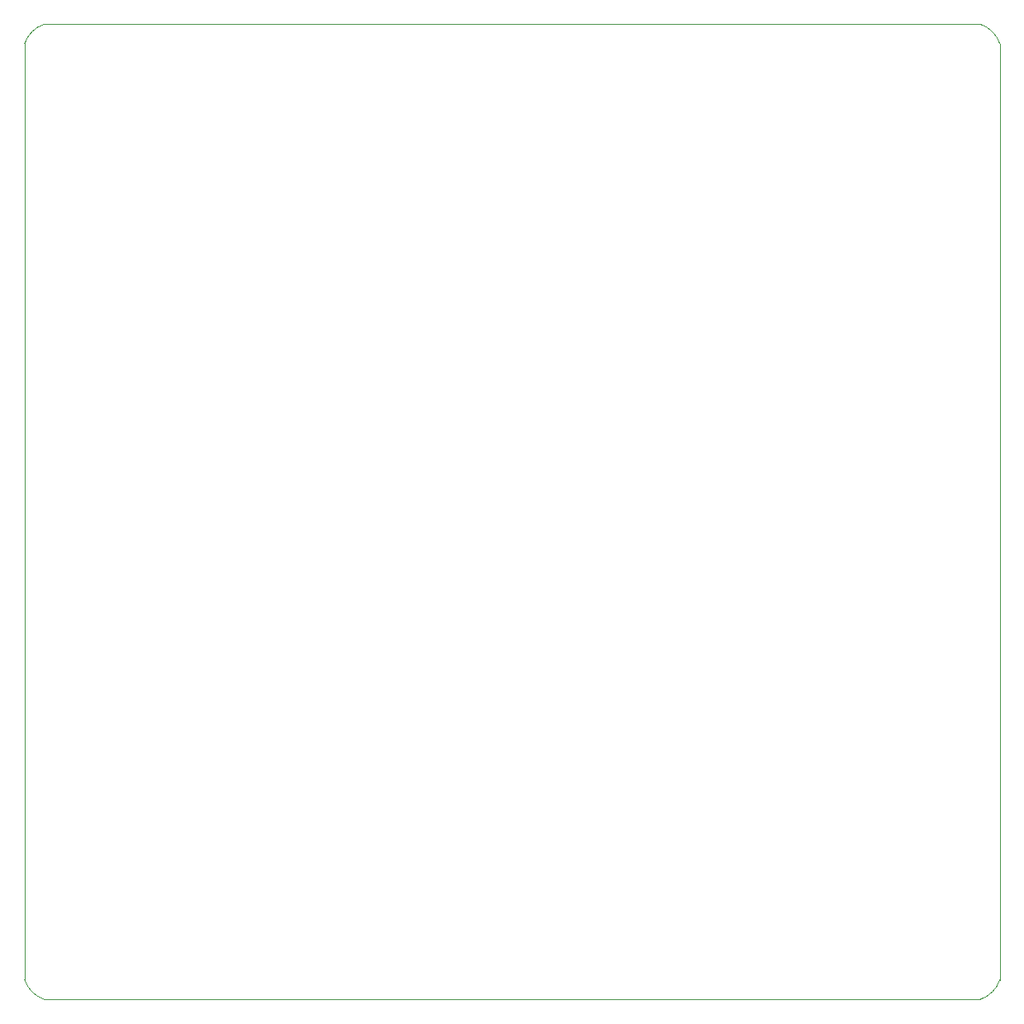
<source format=gko>
G04 #@! TF.GenerationSoftware,KiCad,Pcbnew,(5.1.6)-1*
G04 #@! TF.CreationDate,2023-04-05T00:11:33+09:00*
G04 #@! TF.ProjectId,SubPCB,53756250-4342-42e6-9b69-6361645f7063,rev?*
G04 #@! TF.SameCoordinates,Original*
G04 #@! TF.FileFunction,Profile,NP*
%FSLAX46Y46*%
G04 Gerber Fmt 4.6, Leading zero omitted, Abs format (unit mm)*
G04 Created by KiCad (PCBNEW (5.1.6)-1) date 2023-04-05 00:11:33*
%MOMM*%
%LPD*%
G01*
G04 APERTURE LIST*
G04 #@! TA.AperFunction,Profile*
%ADD10C,0.050000*%
G04 #@! TD*
G04 APERTURE END LIST*
D10*
X-3000000Y1000000D02*
G75*
G02*
X-1000000Y3000000I3000000J-1000000D01*
G01*
X94980000Y3000000D02*
G75*
G02*
X96980000Y1000000I-1000000J-3000000D01*
G01*
X-1000000Y-96980000D02*
G75*
G02*
X-3000000Y-94980000I1000000J3000000D01*
G01*
X96980000Y-94980000D02*
G75*
G02*
X94980000Y-96980000I-3000000J1000000D01*
G01*
X96980000Y1000000D02*
X96980000Y-94980000D01*
X-1000000Y-96980000D02*
X94980000Y-96980000D01*
X-3000000Y1000000D02*
X-3000000Y-94980000D01*
X-1000000Y3000000D02*
X94980000Y3000000D01*
M02*

</source>
